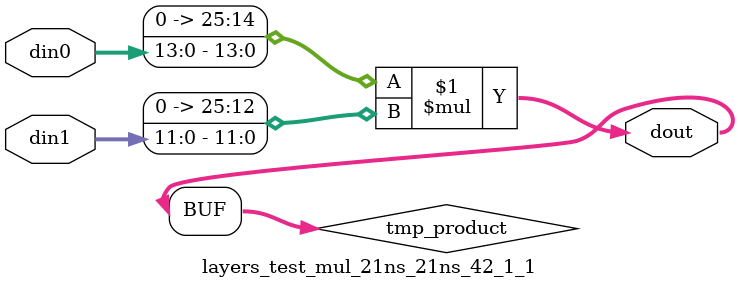
<source format=v>

`timescale 1 ns / 1 ps

 module layers_test_mul_21ns_21ns_42_1_1(din0, din1, dout);
parameter ID = 1;
parameter NUM_STAGE = 0;
parameter din0_WIDTH = 14;
parameter din1_WIDTH = 12;
parameter dout_WIDTH = 26;

input [din0_WIDTH - 1 : 0] din0; 
input [din1_WIDTH - 1 : 0] din1; 
output [dout_WIDTH - 1 : 0] dout;

wire signed [dout_WIDTH - 1 : 0] tmp_product;
























assign tmp_product = $signed({1'b0, din0}) * $signed({1'b0, din1});











assign dout = tmp_product;





















endmodule

</source>
